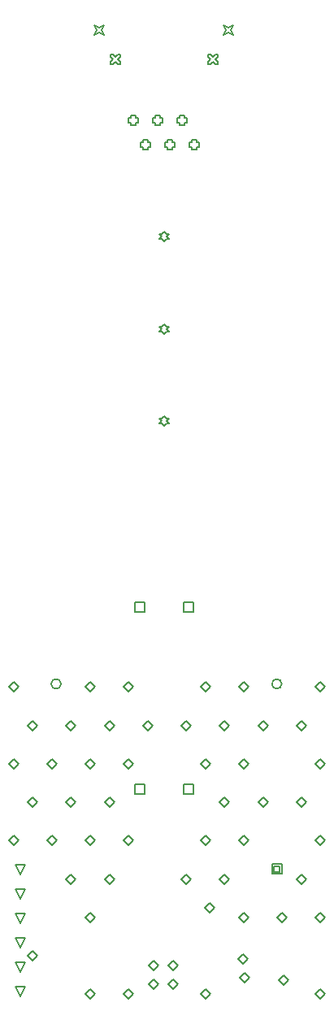
<source format=gbr>
%TF.GenerationSoftware,Altium Limited,Altium Designer,22.0.2 (36)*%
G04 Layer_Color=2752767*
%FSLAX45Y45*%
%MOMM*%
%TF.SameCoordinates,4516B017-0455-433D-A7DA-D7F2A7B68D13*%
%TF.FilePolarity,Positive*%
%TF.FileFunction,Drawing*%
%TF.Part,Single*%
G01*
G75*
%TA.AperFunction,NonConductor*%
%ADD44C,0.12700*%
%ADD57C,0.16933*%
D44*
X2225900Y-5750800D02*
Y-5649200D01*
X2327500D01*
Y-5750800D01*
X2225900D01*
X1717900D02*
Y-5649200D01*
X1819500D01*
Y-5750800D01*
X1717900D01*
Y-7650800D02*
Y-7549200D01*
X1819500D01*
Y-7650800D01*
X1717900D01*
X2225900D02*
Y-7549200D01*
X2327500D01*
Y-7650800D01*
X2225900D01*
X530000Y-9755800D02*
X479200Y-9654200D01*
X580800D01*
X530000Y-9755800D01*
Y-9501800D02*
X479200Y-9400200D01*
X580800D01*
X530000Y-9501800D01*
Y-9247800D02*
X479200Y-9146200D01*
X580800D01*
X530000Y-9247800D01*
Y-8993800D02*
X479200Y-8892200D01*
X580800D01*
X530000Y-8993800D01*
Y-8739800D02*
X479200Y-8638200D01*
X580800D01*
X530000Y-8739800D01*
Y-8485800D02*
X479200Y-8384200D01*
X580800D01*
X530000Y-8485800D01*
X2022700Y-3812800D02*
X2048100Y-3787400D01*
X2073500D01*
X2048100Y-3762000D01*
X2073500Y-3736600D01*
X2048100D01*
X2022700Y-3711200D01*
X1997300Y-3736600D01*
X1971900D01*
X1997300Y-3762000D01*
X1971900Y-3787400D01*
X1997300D01*
X2022700Y-3812800D01*
X2022660Y-2850800D02*
X2048060Y-2825400D01*
X2073460D01*
X2048060Y-2800000D01*
X2073460Y-2774600D01*
X2048060D01*
X2022660Y-2749200D01*
X1997260Y-2774600D01*
X1971860D01*
X1997260Y-2800000D01*
X1971860Y-2825400D01*
X1997260D01*
X2022660Y-2850800D01*
X2022700Y-1888800D02*
X2048100Y-1863400D01*
X2073500D01*
X2048100Y-1838000D01*
X2073500Y-1812600D01*
X2048100D01*
X2022700Y-1787200D01*
X1997300Y-1812600D01*
X1971900D01*
X1997300Y-1838000D01*
X1971900Y-1863400D01*
X1997300D01*
X2022700Y-1888800D01*
X2646898Y262200D02*
X2672298Y313000D01*
X2646898Y363800D01*
X2697698Y338400D01*
X2748498Y363800D01*
X2723098Y313000D01*
X2748498Y262200D01*
X2697698Y287600D01*
X2646898Y262200D01*
X1296898Y262200D02*
X1322298Y313000D01*
X1296898Y363800D01*
X1347698Y338400D01*
X1398498Y363800D01*
X1373098Y313000D01*
X1398498Y262200D01*
X1347698Y287600D01*
X1296898Y262200D01*
X2314798Y-906400D02*
Y-931800D01*
X2365598D01*
Y-906400D01*
X2390998D01*
Y-855600D01*
X2365598D01*
Y-830200D01*
X2314798D01*
Y-855600D01*
X2289398D01*
Y-906400D01*
X2314798D01*
X2060798Y-906400D02*
Y-931800D01*
X2111598D01*
Y-906400D01*
X2136998D01*
Y-855600D01*
X2111598D01*
Y-830200D01*
X2060798D01*
Y-855600D01*
X2035398D01*
Y-906400D01*
X2060798D01*
X1806798Y-906400D02*
Y-931800D01*
X1857598D01*
Y-906400D01*
X1882998D01*
Y-855600D01*
X1857598D01*
Y-830200D01*
X1806798D01*
Y-855600D01*
X1781398D01*
Y-906400D01*
X1806798D01*
X2187798Y-652400D02*
Y-677800D01*
X2238598D01*
Y-652400D01*
X2263998D01*
Y-601600D01*
X2238598D01*
Y-576200D01*
X2187798D01*
Y-601600D01*
X2162398D01*
Y-652400D01*
X2187798D01*
X1933799D02*
Y-677800D01*
X1984599D01*
Y-652400D01*
X2009999D01*
Y-601600D01*
X1984599D01*
Y-576200D01*
X1933799D01*
Y-601600D01*
X1908399D01*
Y-652400D01*
X1933799D01*
X1679798D02*
Y-677800D01*
X1730598D01*
Y-652400D01*
X1755998D01*
Y-601600D01*
X1730598D01*
Y-576200D01*
X1679798D01*
Y-601600D01*
X1654398D01*
Y-652400D01*
X1679798D01*
X2479898Y-42800D02*
X2505298D01*
X2530698Y-17400D01*
X2556098Y-42800D01*
X2581498D01*
Y-17400D01*
X2556098Y8000D01*
X2581498Y33400D01*
Y58800D01*
X2556098D01*
X2530698Y33400D01*
X2505298Y58800D01*
X2479898D01*
Y33400D01*
X2505298Y8000D01*
X2479898Y-17400D01*
Y-42800D01*
X1463898D02*
X1489298D01*
X1514698Y-17400D01*
X1540098Y-42800D01*
X1565498D01*
Y-17400D01*
X1540098Y8000D01*
X1565498Y33400D01*
Y58800D01*
X1540098D01*
X1514698Y33400D01*
X1489298Y58800D01*
X1463898D01*
Y33400D01*
X1489298Y8000D01*
X1463898Y-17400D01*
Y-42800D01*
X2069200Y-9630000D02*
X2120000Y-9579200D01*
X2170800Y-9630000D01*
X2120000Y-9680800D01*
X2069200Y-9630000D01*
X1869200D02*
X1920000Y-9579200D01*
X1970800Y-9630000D01*
X1920000Y-9680800D01*
X1869200Y-9630000D01*
X2069200Y-9430000D02*
X2120000Y-9379200D01*
X2170800Y-9430000D01*
X2120000Y-9480800D01*
X2069200Y-9430000D01*
X1869200D02*
X1920000Y-9379200D01*
X1970800Y-9430000D01*
X1920000Y-9480800D01*
X1869200Y-9430000D01*
X2809200Y-9560000D02*
X2860000Y-9509200D01*
X2910800Y-9560000D01*
X2860000Y-9610800D01*
X2809200Y-9560000D01*
X3219200Y-9590000D02*
X3270000Y-9539200D01*
X3320800Y-9590000D01*
X3270000Y-9640800D01*
X3219200Y-9590000D01*
X3604954Y-6531918D02*
X3655754Y-6481118D01*
X3706554Y-6531918D01*
X3655754Y-6582718D01*
X3604954Y-6531918D01*
Y-7331918D02*
X3655754Y-7281118D01*
X3706554Y-7331918D01*
X3655754Y-7382718D01*
X3604954Y-7331918D01*
Y-8131918D02*
X3655754Y-8081118D01*
X3706554Y-8131918D01*
X3655754Y-8182718D01*
X3604954Y-8131918D01*
Y-8931918D02*
X3655754Y-8881118D01*
X3706554Y-8931918D01*
X3655754Y-8982718D01*
X3604954Y-8931918D01*
Y-9731918D02*
X3655754Y-9681118D01*
X3706554Y-9731918D01*
X3655754Y-9782718D01*
X3604954Y-9731918D01*
X3404954Y-6931918D02*
X3455754Y-6881118D01*
X3506554Y-6931918D01*
X3455754Y-6982718D01*
X3404954Y-6931918D01*
Y-7731918D02*
X3455754Y-7681118D01*
X3506554Y-7731918D01*
X3455754Y-7782718D01*
X3404954Y-7731918D01*
Y-8531918D02*
X3455754Y-8481118D01*
X3506554Y-8531918D01*
X3455754Y-8582718D01*
X3404954Y-8531918D01*
X3204954Y-8931918D02*
X3255754Y-8881118D01*
X3306554Y-8931918D01*
X3255754Y-8982718D01*
X3204954Y-8931918D01*
X2804954Y-6531918D02*
X2855754Y-6481118D01*
X2906554Y-6531918D01*
X2855754Y-6582718D01*
X2804954Y-6531918D01*
X3004954Y-6931918D02*
X3055754Y-6881118D01*
X3106554Y-6931918D01*
X3055754Y-6982718D01*
X3004954Y-6931918D01*
X2804954Y-7331918D02*
X2855754Y-7281118D01*
X2906554Y-7331918D01*
X2855754Y-7382718D01*
X2804954Y-7331918D01*
X3004954Y-7731918D02*
X3055754Y-7681118D01*
X3106554Y-7731918D01*
X3055754Y-7782718D01*
X3004954Y-7731918D01*
X2804954Y-8131918D02*
X2855754Y-8081118D01*
X2906554Y-8131918D01*
X2855754Y-8182718D01*
X2804954Y-8131918D01*
Y-8931918D02*
X2855754Y-8881118D01*
X2906554Y-8931918D01*
X2855754Y-8982718D01*
X2804954Y-8931918D01*
X2404954Y-6531918D02*
X2455754Y-6481118D01*
X2506554Y-6531918D01*
X2455754Y-6582718D01*
X2404954Y-6531918D01*
X2604954Y-6931918D02*
X2655754Y-6881118D01*
X2706554Y-6931918D01*
X2655754Y-6982718D01*
X2604954Y-6931918D01*
X2404954Y-7331918D02*
X2455754Y-7281118D01*
X2506554Y-7331918D01*
X2455754Y-7382718D01*
X2404954Y-7331918D01*
X2604954Y-7731918D02*
X2655754Y-7681118D01*
X2706554Y-7731918D01*
X2655754Y-7782718D01*
X2604954Y-7731918D01*
X2404954Y-8131918D02*
X2455754Y-8081118D01*
X2506554Y-8131918D01*
X2455754Y-8182718D01*
X2404954Y-8131918D01*
X2604954Y-8531918D02*
X2655754Y-8481118D01*
X2706554Y-8531918D01*
X2655754Y-8582718D01*
X2604954Y-8531918D01*
X2404954Y-9731918D02*
X2455754Y-9681118D01*
X2506554Y-9731918D01*
X2455754Y-9782718D01*
X2404954Y-9731918D01*
X2204954Y-6931918D02*
X2255754Y-6881118D01*
X2306554Y-6931918D01*
X2255754Y-6982718D01*
X2204954Y-6931918D01*
Y-8531918D02*
X2255754Y-8481118D01*
X2306554Y-8531918D01*
X2255754Y-8582718D01*
X2204954Y-8531918D01*
X1604954Y-6531918D02*
X1655754Y-6481118D01*
X1706554Y-6531918D01*
X1655754Y-6582718D01*
X1604954Y-6531918D01*
X1804954Y-6931918D02*
X1855754Y-6881118D01*
X1906554Y-6931918D01*
X1855754Y-6982718D01*
X1804954Y-6931918D01*
X1604954Y-7331918D02*
X1655754Y-7281118D01*
X1706554Y-7331918D01*
X1655754Y-7382718D01*
X1604954Y-7331918D01*
Y-8131918D02*
X1655754Y-8081118D01*
X1706554Y-8131918D01*
X1655754Y-8182718D01*
X1604954Y-8131918D01*
Y-9731918D02*
X1655754Y-9681118D01*
X1706554Y-9731918D01*
X1655754Y-9782718D01*
X1604954Y-9731918D01*
X1204954Y-6531918D02*
X1255754Y-6481118D01*
X1306554Y-6531918D01*
X1255754Y-6582718D01*
X1204954Y-6531918D01*
X1404954Y-6931918D02*
X1455754Y-6881118D01*
X1506554Y-6931918D01*
X1455754Y-6982718D01*
X1404954Y-6931918D01*
X1204954Y-7331918D02*
X1255754Y-7281118D01*
X1306554Y-7331918D01*
X1255754Y-7382718D01*
X1204954Y-7331918D01*
X1404954Y-7731918D02*
X1455754Y-7681118D01*
X1506554Y-7731918D01*
X1455754Y-7782718D01*
X1404954Y-7731918D01*
X1204954Y-8131918D02*
X1255754Y-8081118D01*
X1306554Y-8131918D01*
X1255754Y-8182718D01*
X1204954Y-8131918D01*
X1404954Y-8531918D02*
X1455754Y-8481118D01*
X1506554Y-8531918D01*
X1455754Y-8582718D01*
X1404954Y-8531918D01*
X1204954Y-8931918D02*
X1255754Y-8881118D01*
X1306554Y-8931918D01*
X1255754Y-8982718D01*
X1204954Y-8931918D01*
Y-9731918D02*
X1255754Y-9681118D01*
X1306554Y-9731918D01*
X1255754Y-9782718D01*
X1204954Y-9731918D01*
X1004954Y-6931918D02*
X1055754Y-6881118D01*
X1106554Y-6931918D01*
X1055754Y-6982718D01*
X1004954Y-6931918D01*
X804954Y-7331918D02*
X855754Y-7281118D01*
X906554Y-7331918D01*
X855754Y-7382718D01*
X804954Y-7331918D01*
X1004954Y-7731918D02*
X1055754Y-7681118D01*
X1106554Y-7731918D01*
X1055754Y-7782718D01*
X1004954Y-7731918D01*
X804954Y-8131918D02*
X855754Y-8081118D01*
X906554Y-8131918D01*
X855754Y-8182718D01*
X804954Y-8131918D01*
X1004954Y-8531918D02*
X1055754Y-8481118D01*
X1106554Y-8531918D01*
X1055754Y-8582718D01*
X1004954Y-8531918D01*
X404954Y-6531918D02*
X455754Y-6481118D01*
X506554Y-6531918D01*
X455754Y-6582718D01*
X404954Y-6531918D01*
X604954Y-6931918D02*
X655754Y-6881118D01*
X706554Y-6931918D01*
X655754Y-6982718D01*
X604954Y-6931918D01*
X404954Y-7331918D02*
X455754Y-7281118D01*
X506554Y-7331918D01*
X455754Y-7382718D01*
X404954Y-7331918D01*
X604954Y-7731918D02*
X655754Y-7681118D01*
X706554Y-7731918D01*
X655754Y-7782718D01*
X604954Y-7731918D01*
X404954Y-8131918D02*
X455754Y-8081118D01*
X506554Y-8131918D01*
X455754Y-8182718D01*
X404954Y-8131918D01*
X604954Y-9331918D02*
X655754Y-9281118D01*
X706554Y-9331918D01*
X655754Y-9382718D01*
X604954Y-9331918D01*
X3149200Y-8480800D02*
Y-8379200D01*
X3250800D01*
Y-8480800D01*
X3149200D01*
X3169520Y-8460480D02*
Y-8399520D01*
X3230480D01*
Y-8460480D01*
X3169520D01*
X2449200Y-8830000D02*
X2500000Y-8779200D01*
X2550800Y-8830000D01*
X2500000Y-8880800D01*
X2449200Y-8830000D01*
X2799200Y-9370000D02*
X2850000Y-9319200D01*
X2900800Y-9370000D01*
X2850000Y-9420800D01*
X2799200Y-9370000D01*
D57*
X950800Y-6500000D02*
G03*
X950800Y-6500000I-50800J0D01*
G01*
X3250800D02*
G03*
X3250800Y-6500000I-50800J0D01*
G01*
%TF.MD5,4f724f6c50cfacdf4e06afb26e8981a9*%
M02*

</source>
